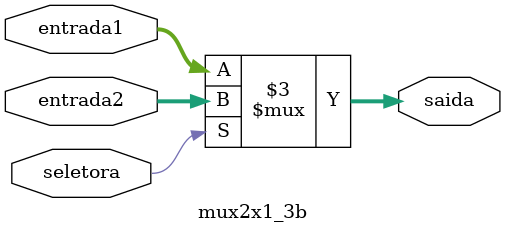
<source format=v>

module mux2x1_3b(entrada1, entrada2, seletora, saida);
input seletora;
input [2:0] entrada1, entrada2;
output reg [2:0] saida;

always @(*)
begin
  saida = (seletora == 1'b0)?entrada1:entrada2; 
end

endmodule

</source>
